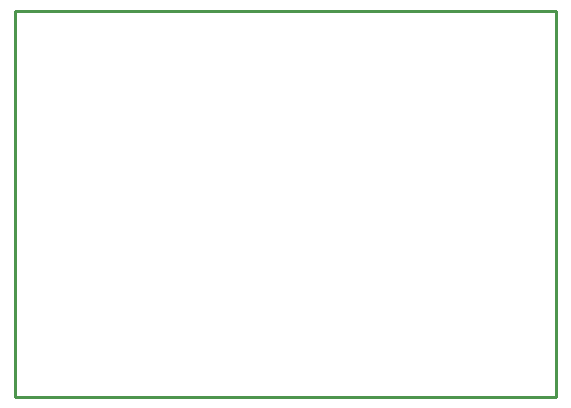
<source format=gbo>
G04 Layer_Color=32896*
%FSLAX23Y23*%
%MOIN*%
G70*
G01*
G75*
%ADD29C,0.010*%
D29*
X3698Y7052D02*
X5501D01*
X3698Y5766D02*
Y7052D01*
Y5766D02*
X5501D01*
Y7052D01*
M02*

</source>
